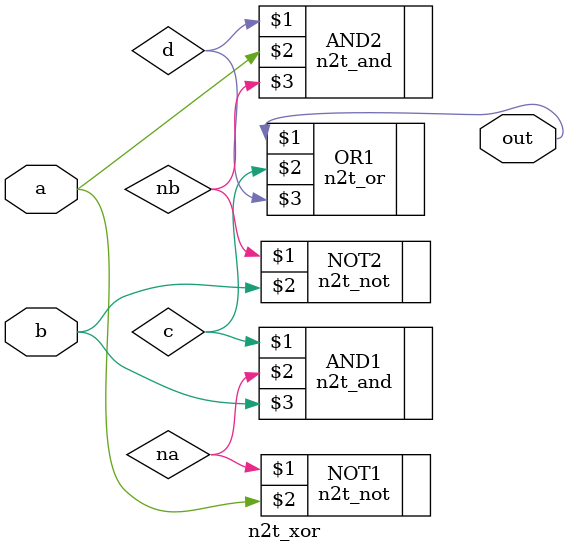
<source format=v>
`timescale 1ns / 1ps

module n2t_xor(out, a, b);
    output out;
    input a, b;
    
    wire na, nb, c, d;
    
    n2t_not NOT1(na, a);
    n2t_not NOT2(nb, b);
    
    n2t_and AND1(c, na,  b);
    n2t_and AND2(d,  a, nb);
    
    n2t_or OR1(out, c, d);
endmodule

</source>
